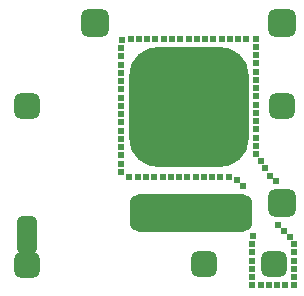
<source format=gts>
%FSLAX25Y25*%
%MOIN*%
G70*
G01*
G75*
G04 Layer_Color=8388736*
G04:AMPARAMS|DCode=10|XSize=59.06mil|YSize=118.11mil|CornerRadius=14.76mil|HoleSize=0mil|Usage=FLASHONLY|Rotation=180.000|XOffset=0mil|YOffset=0mil|HoleType=Round|Shape=RoundedRectangle|*
%AMROUNDEDRECTD10*
21,1,0.05906,0.08858,0,0,180.0*
21,1,0.02953,0.11811,0,0,180.0*
1,1,0.02953,-0.01476,0.04429*
1,1,0.02953,0.01476,0.04429*
1,1,0.02953,0.01476,-0.04429*
1,1,0.02953,-0.01476,-0.04429*
%
%ADD10ROUNDEDRECTD10*%
G04:AMPARAMS|DCode=11|XSize=393.7mil|YSize=393.7mil|CornerRadius=98.43mil|HoleSize=0mil|Usage=FLASHONLY|Rotation=0.000|XOffset=0mil|YOffset=0mil|HoleType=Round|Shape=RoundedRectangle|*
%AMROUNDEDRECTD11*
21,1,0.39370,0.19685,0,0,0.0*
21,1,0.19685,0.39370,0,0,0.0*
1,1,0.19685,0.09843,-0.09843*
1,1,0.19685,-0.09843,-0.09843*
1,1,0.19685,-0.09843,0.09843*
1,1,0.19685,0.09843,0.09843*
%
%ADD11ROUNDEDRECTD11*%
G04:AMPARAMS|DCode=12|XSize=401.58mil|YSize=118.11mil|CornerRadius=29.53mil|HoleSize=0mil|Usage=FLASHONLY|Rotation=0.000|XOffset=0mil|YOffset=0mil|HoleType=Round|Shape=RoundedRectangle|*
%AMROUNDEDRECTD12*
21,1,0.40158,0.05906,0,0,0.0*
21,1,0.34252,0.11811,0,0,0.0*
1,1,0.05906,0.17126,-0.02953*
1,1,0.05906,-0.17126,-0.02953*
1,1,0.05906,-0.17126,0.02953*
1,1,0.05906,0.17126,0.02953*
%
%ADD12ROUNDEDRECTD12*%
%ADD13C,0.05906*%
%ADD14C,0.07874*%
G04:AMPARAMS|DCode=15|XSize=78.74mil|YSize=78.74mil|CornerRadius=19.69mil|HoleSize=0mil|Usage=FLASHONLY|Rotation=0.000|XOffset=0mil|YOffset=0mil|HoleType=Round|Shape=RoundedRectangle|*
%AMROUNDEDRECTD15*
21,1,0.07874,0.03937,0,0,0.0*
21,1,0.03937,0.07874,0,0,0.0*
1,1,0.03937,0.01969,-0.01969*
1,1,0.03937,-0.01969,-0.01969*
1,1,0.03937,-0.01969,0.01969*
1,1,0.03937,0.01969,0.01969*
%
%ADD15ROUNDEDRECTD15*%
G04:AMPARAMS|DCode=16|XSize=86.61mil|YSize=86.61mil|CornerRadius=21.65mil|HoleSize=0mil|Usage=FLASHONLY|Rotation=90.000|XOffset=0mil|YOffset=0mil|HoleType=Round|Shape=RoundedRectangle|*
%AMROUNDEDRECTD16*
21,1,0.08661,0.04331,0,0,90.0*
21,1,0.04331,0.08661,0,0,90.0*
1,1,0.04331,0.02165,0.02165*
1,1,0.04331,0.02165,-0.02165*
1,1,0.04331,-0.02165,-0.02165*
1,1,0.04331,-0.02165,0.02165*
%
%ADD16ROUNDEDRECTD16*%
G04:AMPARAMS|DCode=17|XSize=86.61mil|YSize=86.61mil|CornerRadius=21.65mil|HoleSize=0mil|Usage=FLASHONLY|Rotation=0.000|XOffset=0mil|YOffset=0mil|HoleType=Round|Shape=RoundedRectangle|*
%AMROUNDEDRECTD17*
21,1,0.08661,0.04331,0,0,0.0*
21,1,0.04331,0.08661,0,0,0.0*
1,1,0.04331,0.02165,-0.02165*
1,1,0.04331,-0.02165,-0.02165*
1,1,0.04331,-0.02165,0.02165*
1,1,0.04331,0.02165,0.02165*
%
%ADD17ROUNDEDRECTD17*%
%ADD18C,0.01575*%
%ADD19C,0.00394*%
%ADD20C,0.01000*%
G04:AMPARAMS|DCode=21|XSize=67.06mil|YSize=126.11mil|CornerRadius=18.76mil|HoleSize=0mil|Usage=FLASHONLY|Rotation=180.000|XOffset=0mil|YOffset=0mil|HoleType=Round|Shape=RoundedRectangle|*
%AMROUNDEDRECTD21*
21,1,0.06706,0.08858,0,0,180.0*
21,1,0.02953,0.12611,0,0,180.0*
1,1,0.03753,-0.01476,0.04429*
1,1,0.03753,0.01476,0.04429*
1,1,0.03753,0.01476,-0.04429*
1,1,0.03753,-0.01476,-0.04429*
%
%ADD21ROUNDEDRECTD21*%
G04:AMPARAMS|DCode=22|XSize=401.7mil|YSize=401.7mil|CornerRadius=102.43mil|HoleSize=0mil|Usage=FLASHONLY|Rotation=0.000|XOffset=0mil|YOffset=0mil|HoleType=Round|Shape=RoundedRectangle|*
%AMROUNDEDRECTD22*
21,1,0.40170,0.19685,0,0,0.0*
21,1,0.19685,0.40170,0,0,0.0*
1,1,0.20485,0.09843,-0.09843*
1,1,0.20485,-0.09843,-0.09843*
1,1,0.20485,-0.09843,0.09843*
1,1,0.20485,0.09843,0.09843*
%
%ADD22ROUNDEDRECTD22*%
G04:AMPARAMS|DCode=23|XSize=409.57mil|YSize=126.11mil|CornerRadius=33.53mil|HoleSize=0mil|Usage=FLASHONLY|Rotation=0.000|XOffset=0mil|YOffset=0mil|HoleType=Round|Shape=RoundedRectangle|*
%AMROUNDEDRECTD23*
21,1,0.40957,0.05906,0,0,0.0*
21,1,0.34252,0.12611,0,0,0.0*
1,1,0.06706,0.17126,-0.02953*
1,1,0.06706,-0.17126,-0.02953*
1,1,0.06706,-0.17126,0.02953*
1,1,0.06706,0.17126,0.02953*
%
%ADD23ROUNDEDRECTD23*%
G04:AMPARAMS|DCode=24|XSize=86.74mil|YSize=86.74mil|CornerRadius=23.69mil|HoleSize=0mil|Usage=FLASHONLY|Rotation=0.000|XOffset=0mil|YOffset=0mil|HoleType=Round|Shape=RoundedRectangle|*
%AMROUNDEDRECTD24*
21,1,0.08674,0.03937,0,0,0.0*
21,1,0.03937,0.08674,0,0,0.0*
1,1,0.04737,0.01969,-0.01969*
1,1,0.04737,-0.01969,-0.01969*
1,1,0.04737,-0.01969,0.01969*
1,1,0.04737,0.01969,0.01969*
%
%ADD24ROUNDEDRECTD24*%
G04:AMPARAMS|DCode=25|XSize=94.61mil|YSize=94.61mil|CornerRadius=25.65mil|HoleSize=0mil|Usage=FLASHONLY|Rotation=90.000|XOffset=0mil|YOffset=0mil|HoleType=Round|Shape=RoundedRectangle|*
%AMROUNDEDRECTD25*
21,1,0.09461,0.04331,0,0,90.0*
21,1,0.04331,0.09461,0,0,90.0*
1,1,0.05131,0.02165,0.02165*
1,1,0.05131,0.02165,-0.02165*
1,1,0.05131,-0.02165,-0.02165*
1,1,0.05131,-0.02165,0.02165*
%
%ADD25ROUNDEDRECTD25*%
G04:AMPARAMS|DCode=26|XSize=94.61mil|YSize=94.61mil|CornerRadius=25.65mil|HoleSize=0mil|Usage=FLASHONLY|Rotation=0.000|XOffset=0mil|YOffset=0mil|HoleType=Round|Shape=RoundedRectangle|*
%AMROUNDEDRECTD26*
21,1,0.09461,0.04331,0,0,0.0*
21,1,0.04331,0.09461,0,0,0.0*
1,1,0.05131,0.02165,-0.02165*
1,1,0.05131,-0.02165,-0.02165*
1,1,0.05131,-0.02165,0.02165*
1,1,0.05131,0.02165,0.02165*
%
%ADD26ROUNDEDRECTD26*%
%ADD27C,0.02375*%
D21*
X20079Y30315D02*
D03*
D22*
X74016Y72835D02*
D03*
D23*
X74803Y37402D02*
D03*
D24*
X102362Y20472D02*
D03*
X20079Y20079D02*
D03*
X79331Y20472D02*
D03*
X20079Y73228D02*
D03*
X105118Y73225D02*
D03*
D25*
X42913Y100984D02*
D03*
X105118D02*
D03*
D26*
Y40945D02*
D03*
D27*
X109055Y21654D02*
D03*
Y18898D02*
D03*
Y16142D02*
D03*
Y13386D02*
D03*
X106299D02*
D03*
X103543D02*
D03*
X100787D02*
D03*
X98032D02*
D03*
X95276D02*
D03*
Y16142D02*
D03*
Y18898D02*
D03*
X92126Y46457D02*
D03*
X103150Y48031D02*
D03*
X101181Y50000D02*
D03*
X99606Y52362D02*
D03*
X98032Y54724D02*
D03*
X95669Y29921D02*
D03*
X95276Y27165D02*
D03*
Y24409D02*
D03*
Y21654D02*
D03*
X103937Y33465D02*
D03*
X105905Y31496D02*
D03*
X107874Y29528D02*
D03*
X109055Y27165D02*
D03*
Y24409D02*
D03*
X96457Y57087D02*
D03*
Y59842D02*
D03*
Y62598D02*
D03*
Y65354D02*
D03*
Y68110D02*
D03*
Y70866D02*
D03*
Y73622D02*
D03*
Y76378D02*
D03*
Y79134D02*
D03*
Y81890D02*
D03*
Y84646D02*
D03*
Y87402D02*
D03*
Y90158D02*
D03*
Y92913D02*
D03*
Y95669D02*
D03*
X93307D02*
D03*
X90551D02*
D03*
X87795D02*
D03*
X85039D02*
D03*
X82284D02*
D03*
X79528D02*
D03*
X76772D02*
D03*
X74016D02*
D03*
X71260D02*
D03*
X68504D02*
D03*
X65748D02*
D03*
X62992D02*
D03*
X60236D02*
D03*
X57480D02*
D03*
X54724D02*
D03*
X51968Y95276D02*
D03*
X90158Y48425D02*
D03*
X87402Y49606D02*
D03*
X84646D02*
D03*
X81890D02*
D03*
X79134D02*
D03*
X76378D02*
D03*
X73622D02*
D03*
X70866D02*
D03*
X68110D02*
D03*
X65354D02*
D03*
X62598D02*
D03*
X59842D02*
D03*
X57087D02*
D03*
X54331D02*
D03*
X51575Y51181D02*
D03*
Y53937D02*
D03*
Y56693D02*
D03*
Y59449D02*
D03*
Y62205D02*
D03*
Y64961D02*
D03*
Y67716D02*
D03*
Y70472D02*
D03*
Y73228D02*
D03*
Y75984D02*
D03*
Y78740D02*
D03*
Y81496D02*
D03*
Y84252D02*
D03*
Y87008D02*
D03*
Y89764D02*
D03*
Y92520D02*
D03*
M02*

</source>
